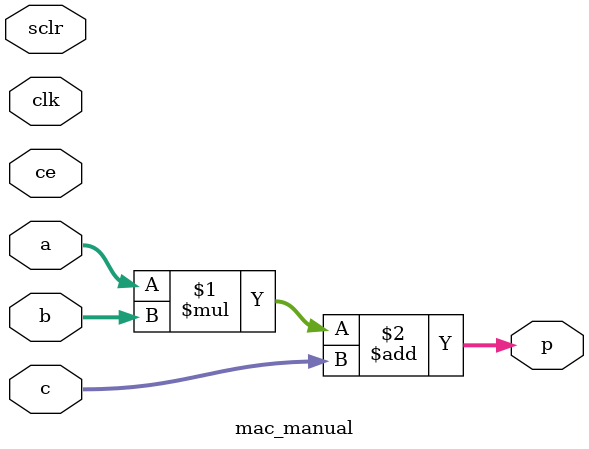
<source format=sv>
module mac_manual #(
	parameter N = 16
    )(
    input clk,sclr,ce,
    input [N-1:0] a,
    input [N-1:0] b,
    input [N-1:0] c,
    output reg [N-1:0] p
    );

    assign p = a*b+c;
endmodule


</source>
